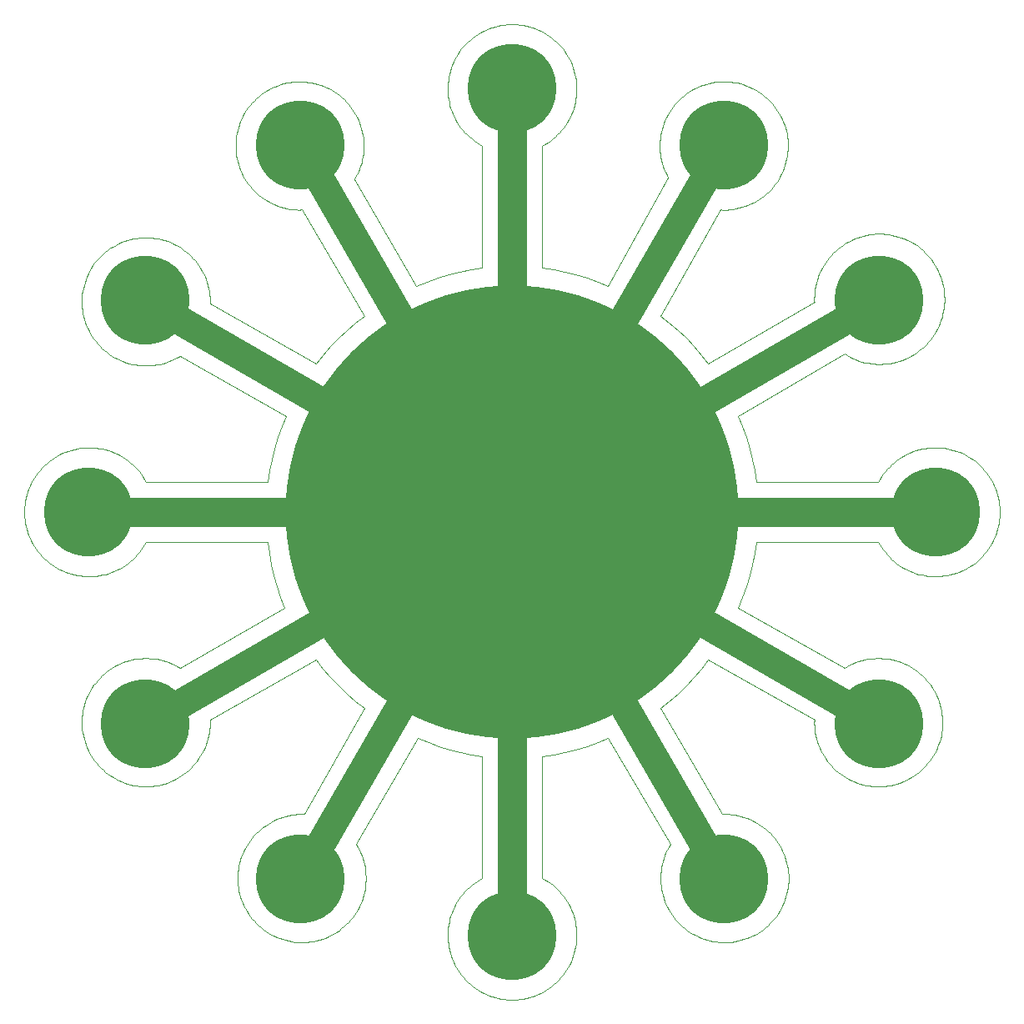
<source format=gto>
G75*
G70*
%OFA0B0*%
%FSLAX24Y24*%
%IPPOS*%
%LPD*%
%AMOC8*
5,1,8,0,0,1.08239X$1,22.5*
%
%ADD10C,0.0004*%
%ADD11C,0.3543*%
%ADD12C,1.8110*%
%ADD13C,0.0000*%
%ADD14C,0.1181*%
D10*
X005126Y028291D02*
X005128Y028303D01*
X005133Y028314D01*
X005142Y028323D01*
X005153Y028328D01*
X005165Y028330D01*
X005177Y028328D01*
X005188Y028323D01*
X005197Y028314D01*
X005202Y028303D01*
X005204Y028291D01*
X005202Y028279D01*
X005197Y028268D01*
X005188Y028259D01*
X005177Y028254D01*
X005165Y028252D01*
X005153Y028254D01*
X005142Y028259D01*
X005133Y028268D01*
X005128Y028279D01*
X005126Y028291D01*
X028252Y034487D02*
X028254Y034499D01*
X028259Y034510D01*
X028268Y034519D01*
X028279Y034524D01*
X028291Y034526D01*
X028303Y034524D01*
X028314Y034519D01*
X028323Y034510D01*
X028328Y034499D01*
X028330Y034487D01*
X028328Y034475D01*
X028323Y034464D01*
X028314Y034455D01*
X028303Y034450D01*
X028291Y034448D01*
X028279Y034450D01*
X028268Y034455D01*
X028259Y034464D01*
X028254Y034475D01*
X028252Y034487D01*
X034448Y028291D02*
X034450Y028303D01*
X034455Y028314D01*
X034464Y028323D01*
X034475Y028328D01*
X034487Y028330D01*
X034499Y028328D01*
X034510Y028323D01*
X034519Y028314D01*
X034524Y028303D01*
X034526Y028291D01*
X034524Y028279D01*
X034519Y028268D01*
X034510Y028259D01*
X034499Y028254D01*
X034487Y028252D01*
X034475Y028254D01*
X034464Y028259D01*
X034455Y028268D01*
X034450Y028279D01*
X034448Y028291D01*
D11*
X034487Y028291D03*
X028291Y034487D03*
X019826Y036755D03*
X011362Y034487D03*
X005165Y028291D03*
X002897Y019826D03*
X005165Y011362D03*
X011362Y005165D03*
X019826Y002897D03*
X028291Y005165D03*
X034487Y011362D03*
X036755Y019826D03*
D12*
X019826Y019826D03*
D13*
X011981Y013901D02*
X012263Y013545D01*
X012561Y013203D01*
X012874Y012874D01*
X013203Y012561D01*
X013545Y012263D01*
X013901Y011981D01*
X011501Y007741D01*
X013581Y006541D02*
X016061Y010781D01*
X018621Y010061D02*
X018621Y005181D01*
X018512Y005119D01*
X018405Y005053D01*
X018302Y004981D01*
X018202Y004905D01*
X018107Y004824D01*
X018015Y004738D01*
X017927Y004648D01*
X017845Y004553D01*
X017766Y004455D01*
X017693Y004353D01*
X017625Y004247D01*
X017562Y004139D01*
X017504Y004027D01*
X017452Y003913D01*
X017406Y003796D01*
X017365Y003678D01*
X017330Y003557D01*
X017301Y003435D01*
X017278Y003311D01*
X017261Y003187D01*
X017250Y003062D01*
X017245Y002936D01*
X017247Y002811D01*
X017254Y002685D01*
X017268Y002561D01*
X017287Y002437D01*
X017313Y002314D01*
X017344Y002192D01*
X017382Y002072D01*
X017425Y001954D01*
X017474Y001839D01*
X017529Y001726D01*
X017589Y001615D01*
X017654Y001508D01*
X017725Y001404D01*
X017800Y001304D01*
X017880Y001207D01*
X017965Y001115D01*
X018054Y001026D01*
X018148Y000942D01*
X018245Y000863D01*
X018346Y000789D01*
X018451Y000719D01*
X018559Y000655D01*
X018670Y000596D01*
X018784Y000543D01*
X018900Y000495D01*
X019018Y000453D01*
X019138Y000417D01*
X019260Y000387D01*
X019384Y000362D01*
X019508Y000344D01*
X019633Y000332D01*
X019758Y000326D01*
X019884Y000326D01*
X020009Y000332D01*
X020134Y000344D01*
X020258Y000362D01*
X020382Y000387D01*
X020504Y000417D01*
X020624Y000453D01*
X020742Y000495D01*
X020858Y000543D01*
X020972Y000596D01*
X021083Y000655D01*
X021191Y000719D01*
X021296Y000789D01*
X021397Y000863D01*
X021494Y000942D01*
X021588Y001026D01*
X021677Y001115D01*
X021762Y001207D01*
X021842Y001304D01*
X021917Y001404D01*
X021988Y001508D01*
X022053Y001615D01*
X022113Y001726D01*
X022168Y001839D01*
X022217Y001954D01*
X022260Y002072D01*
X022298Y002192D01*
X022329Y002314D01*
X022355Y002437D01*
X022374Y002561D01*
X022388Y002685D01*
X022395Y002811D01*
X022397Y002936D01*
X022392Y003062D01*
X022381Y003187D01*
X022364Y003311D01*
X022341Y003435D01*
X022312Y003557D01*
X022277Y003678D01*
X022236Y003796D01*
X022190Y003913D01*
X022138Y004027D01*
X022080Y004139D01*
X022017Y004247D01*
X021949Y004353D01*
X021876Y004455D01*
X021797Y004553D01*
X021715Y004648D01*
X021627Y004738D01*
X021535Y004824D01*
X021440Y004905D01*
X021340Y004981D01*
X021237Y005053D01*
X021130Y005119D01*
X021021Y005181D01*
X021021Y010061D01*
X023661Y010781D02*
X026141Y006541D01*
X028221Y007741D02*
X025741Y011981D01*
X027661Y013901D02*
X031901Y011501D01*
X033101Y013581D02*
X028861Y015981D01*
X029581Y018621D02*
X034461Y018621D01*
X034523Y018512D01*
X034589Y018405D01*
X034661Y018302D01*
X034737Y018202D01*
X034818Y018107D01*
X034904Y018015D01*
X034994Y017927D01*
X035089Y017845D01*
X035187Y017766D01*
X035289Y017693D01*
X035395Y017625D01*
X035503Y017562D01*
X035615Y017504D01*
X035729Y017452D01*
X035846Y017406D01*
X035964Y017365D01*
X036085Y017330D01*
X036207Y017301D01*
X036331Y017278D01*
X036455Y017261D01*
X036580Y017250D01*
X036706Y017245D01*
X036831Y017247D01*
X036957Y017254D01*
X037081Y017268D01*
X037205Y017287D01*
X037328Y017313D01*
X037450Y017344D01*
X037570Y017382D01*
X037688Y017425D01*
X037803Y017474D01*
X037916Y017529D01*
X038027Y017589D01*
X038134Y017654D01*
X038238Y017725D01*
X038338Y017800D01*
X038435Y017880D01*
X038527Y017965D01*
X038616Y018054D01*
X038700Y018148D01*
X038779Y018245D01*
X038853Y018346D01*
X038923Y018451D01*
X038987Y018559D01*
X039046Y018670D01*
X039099Y018784D01*
X039147Y018900D01*
X039189Y019018D01*
X039225Y019138D01*
X039255Y019260D01*
X039280Y019384D01*
X039298Y019508D01*
X039310Y019633D01*
X039316Y019758D01*
X039316Y019884D01*
X039310Y020009D01*
X039298Y020134D01*
X039280Y020258D01*
X039255Y020382D01*
X039225Y020504D01*
X039189Y020624D01*
X039147Y020742D01*
X039099Y020858D01*
X039046Y020972D01*
X038987Y021083D01*
X038923Y021191D01*
X038853Y021296D01*
X038779Y021397D01*
X038700Y021494D01*
X038616Y021588D01*
X038527Y021677D01*
X038435Y021762D01*
X038338Y021842D01*
X038238Y021917D01*
X038134Y021988D01*
X038027Y022053D01*
X037916Y022113D01*
X037803Y022168D01*
X037688Y022217D01*
X037570Y022260D01*
X037450Y022298D01*
X037328Y022329D01*
X037205Y022355D01*
X037081Y022374D01*
X036957Y022388D01*
X036831Y022395D01*
X036706Y022397D01*
X036580Y022392D01*
X036455Y022381D01*
X036331Y022364D01*
X036207Y022341D01*
X036085Y022312D01*
X035964Y022277D01*
X035846Y022236D01*
X035729Y022190D01*
X035615Y022138D01*
X035503Y022080D01*
X035395Y022017D01*
X035289Y021949D01*
X035187Y021876D01*
X035089Y021797D01*
X034994Y021715D01*
X034904Y021627D01*
X034818Y021535D01*
X034737Y021440D01*
X034661Y021340D01*
X034589Y021237D01*
X034523Y021130D01*
X034461Y021021D01*
X029581Y021021D01*
X028861Y023661D02*
X033101Y026141D01*
X031901Y028221D02*
X027661Y025741D01*
X025741Y027661D02*
X028141Y031901D01*
X026061Y033181D02*
X023661Y028861D01*
X021021Y029581D02*
X021021Y034461D01*
X021130Y034523D01*
X021237Y034589D01*
X021340Y034661D01*
X021440Y034737D01*
X021535Y034818D01*
X021627Y034904D01*
X021715Y034994D01*
X021797Y035089D01*
X021876Y035187D01*
X021949Y035289D01*
X022017Y035395D01*
X022080Y035503D01*
X022138Y035615D01*
X022190Y035729D01*
X022236Y035846D01*
X022277Y035964D01*
X022312Y036085D01*
X022341Y036207D01*
X022364Y036331D01*
X022381Y036455D01*
X022392Y036580D01*
X022397Y036706D01*
X022395Y036831D01*
X022388Y036957D01*
X022374Y037081D01*
X022355Y037205D01*
X022329Y037328D01*
X022298Y037450D01*
X022260Y037570D01*
X022217Y037688D01*
X022168Y037803D01*
X022113Y037916D01*
X022053Y038027D01*
X021988Y038134D01*
X021917Y038238D01*
X021842Y038338D01*
X021762Y038435D01*
X021677Y038527D01*
X021588Y038616D01*
X021494Y038700D01*
X021397Y038779D01*
X021296Y038853D01*
X021191Y038923D01*
X021083Y038987D01*
X020972Y039046D01*
X020858Y039099D01*
X020742Y039147D01*
X020624Y039189D01*
X020504Y039225D01*
X020382Y039255D01*
X020258Y039280D01*
X020134Y039298D01*
X020009Y039310D01*
X019884Y039316D01*
X019758Y039316D01*
X019633Y039310D01*
X019508Y039298D01*
X019384Y039280D01*
X019260Y039255D01*
X019138Y039225D01*
X019018Y039189D01*
X018900Y039147D01*
X018784Y039099D01*
X018670Y039046D01*
X018559Y038987D01*
X018451Y038923D01*
X018346Y038853D01*
X018245Y038779D01*
X018148Y038700D01*
X018054Y038616D01*
X017965Y038527D01*
X017880Y038435D01*
X017800Y038338D01*
X017725Y038238D01*
X017654Y038134D01*
X017589Y038027D01*
X017529Y037916D01*
X017474Y037803D01*
X017425Y037688D01*
X017382Y037570D01*
X017344Y037450D01*
X017313Y037328D01*
X017287Y037205D01*
X017268Y037081D01*
X017254Y036957D01*
X017247Y036831D01*
X017245Y036706D01*
X017250Y036580D01*
X017261Y036455D01*
X017278Y036331D01*
X017301Y036207D01*
X017330Y036085D01*
X017365Y035964D01*
X017406Y035846D01*
X017452Y035729D01*
X017504Y035615D01*
X017562Y035503D01*
X017625Y035395D01*
X017693Y035289D01*
X017766Y035187D01*
X017845Y035089D01*
X017927Y034994D01*
X018015Y034904D01*
X018107Y034818D01*
X018202Y034737D01*
X018302Y034661D01*
X018405Y034589D01*
X018512Y034523D01*
X018621Y034461D01*
X018621Y029581D01*
X015981Y028861D02*
X013501Y033101D01*
X011421Y031901D02*
X013901Y027661D01*
X011981Y025741D02*
X007741Y028141D01*
X006541Y026061D02*
X010781Y023661D01*
X010061Y021021D02*
X005181Y021021D01*
X005119Y021130D01*
X005053Y021237D01*
X004981Y021340D01*
X004905Y021440D01*
X004824Y021535D01*
X004738Y021627D01*
X004648Y021715D01*
X004553Y021797D01*
X004455Y021876D01*
X004353Y021949D01*
X004247Y022017D01*
X004139Y022080D01*
X004027Y022138D01*
X003913Y022190D01*
X003796Y022236D01*
X003678Y022277D01*
X003557Y022312D01*
X003435Y022341D01*
X003311Y022364D01*
X003187Y022381D01*
X003062Y022392D01*
X002936Y022397D01*
X002811Y022395D01*
X002685Y022388D01*
X002561Y022374D01*
X002437Y022355D01*
X002314Y022329D01*
X002192Y022298D01*
X002072Y022260D01*
X001954Y022217D01*
X001839Y022168D01*
X001726Y022113D01*
X001615Y022053D01*
X001508Y021988D01*
X001404Y021917D01*
X001304Y021842D01*
X001207Y021762D01*
X001115Y021677D01*
X001026Y021588D01*
X000942Y021494D01*
X000863Y021397D01*
X000789Y021296D01*
X000719Y021191D01*
X000655Y021083D01*
X000596Y020972D01*
X000543Y020858D01*
X000495Y020742D01*
X000453Y020624D01*
X000417Y020504D01*
X000387Y020382D01*
X000362Y020258D01*
X000344Y020134D01*
X000332Y020009D01*
X000326Y019884D01*
X000326Y019758D01*
X000332Y019633D01*
X000344Y019508D01*
X000362Y019384D01*
X000387Y019260D01*
X000417Y019138D01*
X000453Y019018D01*
X000495Y018900D01*
X000543Y018784D01*
X000596Y018670D01*
X000655Y018559D01*
X000719Y018451D01*
X000789Y018346D01*
X000863Y018245D01*
X000942Y018148D01*
X001026Y018054D01*
X001115Y017965D01*
X001207Y017880D01*
X001304Y017800D01*
X001404Y017725D01*
X001508Y017654D01*
X001615Y017589D01*
X001726Y017529D01*
X001839Y017474D01*
X001954Y017425D01*
X002072Y017382D01*
X002192Y017344D01*
X002314Y017313D01*
X002437Y017287D01*
X002561Y017268D01*
X002685Y017254D01*
X002811Y017247D01*
X002936Y017245D01*
X003062Y017250D01*
X003187Y017261D01*
X003311Y017278D01*
X003435Y017301D01*
X003557Y017330D01*
X003678Y017365D01*
X003796Y017406D01*
X003913Y017452D01*
X004027Y017504D01*
X004139Y017562D01*
X004247Y017625D01*
X004353Y017693D01*
X004455Y017766D01*
X004553Y017845D01*
X004648Y017927D01*
X004738Y018015D01*
X004824Y018107D01*
X004905Y018202D01*
X004981Y018302D01*
X005053Y018405D01*
X005119Y018512D01*
X005181Y018621D01*
X010061Y018621D01*
X010701Y015981D02*
X006541Y013581D01*
X007741Y011501D02*
X011981Y013901D01*
X007741Y011501D02*
X007743Y011376D01*
X007738Y011251D01*
X007727Y011127D01*
X007711Y011004D01*
X007688Y010881D01*
X007659Y010760D01*
X007624Y010640D01*
X007584Y010522D01*
X007538Y010406D01*
X007486Y010292D01*
X007429Y010181D01*
X007367Y010073D01*
X007299Y009969D01*
X007226Y009867D01*
X007149Y009769D01*
X007067Y009676D01*
X006980Y009586D01*
X006889Y009500D01*
X006794Y009420D01*
X006695Y009343D01*
X006593Y009272D01*
X006487Y009206D01*
X006378Y009145D01*
X006267Y009089D01*
X006152Y009039D01*
X006036Y008995D01*
X005917Y008956D01*
X005797Y008923D01*
X005675Y008896D01*
X005552Y008875D01*
X005429Y008860D01*
X005304Y008851D01*
X005179Y008848D01*
X005055Y008851D01*
X004930Y008860D01*
X004807Y008876D01*
X004684Y008897D01*
X004562Y008924D01*
X004442Y008957D01*
X004323Y008996D01*
X004207Y009041D01*
X004092Y009091D01*
X003981Y009147D01*
X003872Y009208D01*
X003766Y009274D01*
X003664Y009345D01*
X003565Y009422D01*
X003471Y009503D01*
X003380Y009588D01*
X003293Y009678D01*
X003211Y009772D01*
X003134Y009870D01*
X003061Y009971D01*
X002994Y010076D01*
X002931Y010184D01*
X002874Y010295D01*
X002823Y010409D01*
X002777Y010525D01*
X002737Y010643D01*
X002702Y010763D01*
X002674Y010884D01*
X002651Y011007D01*
X002634Y011130D01*
X002624Y011255D01*
X002619Y011379D01*
X002621Y011504D01*
X002628Y011628D01*
X002642Y011752D01*
X002662Y011876D01*
X002687Y011998D01*
X002719Y012118D01*
X002756Y012237D01*
X002799Y012354D01*
X002848Y012469D01*
X002903Y012582D01*
X002962Y012691D01*
X003027Y012798D01*
X003097Y012901D01*
X003172Y013000D01*
X003252Y013096D01*
X003337Y013188D01*
X003425Y013276D01*
X003518Y013359D01*
X003615Y013438D01*
X003716Y013511D01*
X003820Y013580D01*
X003927Y013644D01*
X004037Y013702D01*
X004150Y013755D01*
X004265Y013803D01*
X004383Y013845D01*
X004502Y013880D01*
X004623Y013911D01*
X004746Y013935D01*
X004869Y013953D01*
X004993Y013965D01*
X005118Y013971D01*
X005243Y013971D01*
X005367Y013965D01*
X005491Y013953D01*
X005615Y013935D01*
X005737Y013911D01*
X005858Y013881D01*
X005978Y013845D01*
X006095Y013803D01*
X006211Y013756D01*
X006324Y013703D01*
X006434Y013645D01*
X006541Y013581D01*
X011501Y007741D02*
X011376Y007743D01*
X011251Y007738D01*
X011127Y007727D01*
X011004Y007711D01*
X010881Y007688D01*
X010760Y007659D01*
X010640Y007624D01*
X010522Y007584D01*
X010406Y007538D01*
X010292Y007486D01*
X010181Y007429D01*
X010073Y007367D01*
X009969Y007299D01*
X009867Y007226D01*
X009769Y007149D01*
X009676Y007067D01*
X009586Y006980D01*
X009500Y006889D01*
X009420Y006794D01*
X009343Y006695D01*
X009272Y006593D01*
X009206Y006487D01*
X009145Y006378D01*
X009089Y006267D01*
X009039Y006152D01*
X008995Y006036D01*
X008956Y005917D01*
X008923Y005797D01*
X008896Y005675D01*
X008875Y005552D01*
X008860Y005429D01*
X008851Y005304D01*
X008848Y005179D01*
X008851Y005055D01*
X008860Y004930D01*
X008876Y004807D01*
X008897Y004684D01*
X008924Y004562D01*
X008957Y004442D01*
X008996Y004323D01*
X009041Y004207D01*
X009091Y004092D01*
X009147Y003981D01*
X009208Y003872D01*
X009274Y003766D01*
X009345Y003664D01*
X009422Y003565D01*
X009503Y003471D01*
X009588Y003380D01*
X009678Y003293D01*
X009772Y003211D01*
X009870Y003134D01*
X009971Y003061D01*
X010076Y002994D01*
X010184Y002931D01*
X010295Y002874D01*
X010409Y002823D01*
X010525Y002777D01*
X010643Y002737D01*
X010763Y002702D01*
X010884Y002674D01*
X011007Y002651D01*
X011130Y002634D01*
X011255Y002624D01*
X011379Y002619D01*
X011504Y002621D01*
X011628Y002628D01*
X011752Y002642D01*
X011876Y002662D01*
X011998Y002687D01*
X012118Y002719D01*
X012237Y002756D01*
X012354Y002799D01*
X012469Y002848D01*
X012582Y002903D01*
X012691Y002962D01*
X012798Y003027D01*
X012901Y003097D01*
X013000Y003172D01*
X013096Y003252D01*
X013188Y003337D01*
X013276Y003425D01*
X013359Y003518D01*
X013438Y003615D01*
X013511Y003716D01*
X013580Y003820D01*
X013644Y003927D01*
X013702Y004037D01*
X013755Y004150D01*
X013803Y004265D01*
X013845Y004383D01*
X013880Y004502D01*
X013911Y004623D01*
X013935Y004746D01*
X013953Y004869D01*
X013965Y004993D01*
X013971Y005118D01*
X013971Y005243D01*
X013965Y005367D01*
X013953Y005491D01*
X013935Y005615D01*
X013911Y005737D01*
X013881Y005858D01*
X013845Y005978D01*
X013803Y006095D01*
X013756Y006211D01*
X013703Y006324D01*
X013645Y006434D01*
X013581Y006541D01*
X029581Y021022D02*
X029512Y021474D01*
X029423Y021923D01*
X029313Y022367D01*
X029182Y022805D01*
X029032Y023237D01*
X028861Y023662D01*
X033101Y026141D02*
X033210Y026075D01*
X033321Y026015D01*
X033436Y025960D01*
X033553Y025911D01*
X033673Y025867D01*
X033794Y025830D01*
X033918Y025798D01*
X034042Y025773D01*
X034168Y025753D01*
X034294Y025740D01*
X034421Y025733D01*
X034548Y025732D01*
X034675Y025738D01*
X034802Y025749D01*
X034928Y025767D01*
X035053Y025791D01*
X035176Y025821D01*
X035298Y025857D01*
X035418Y025899D01*
X035536Y025947D01*
X035651Y026000D01*
X035764Y026059D01*
X035874Y026123D01*
X035980Y026193D01*
X036083Y026268D01*
X036182Y026347D01*
X036277Y026432D01*
X036368Y026521D01*
X036454Y026614D01*
X036536Y026712D01*
X036613Y026813D01*
X036684Y026918D01*
X036751Y027026D01*
X036812Y027137D01*
X036868Y027252D01*
X036918Y027369D01*
X036962Y027488D01*
X037001Y027609D01*
X037033Y027732D01*
X037060Y027856D01*
X037080Y027982D01*
X037094Y028108D01*
X037102Y028235D01*
X037104Y028362D01*
X037099Y028489D01*
X037089Y028616D01*
X037072Y028742D01*
X037049Y028867D01*
X037020Y028991D01*
X036985Y029113D01*
X036944Y029233D01*
X036897Y029351D01*
X036845Y029467D01*
X036787Y029580D01*
X036723Y029690D01*
X036654Y029797D01*
X036580Y029901D01*
X036502Y030000D01*
X036418Y030096D01*
X036330Y030188D01*
X036237Y030275D01*
X036140Y030357D01*
X036039Y030435D01*
X035935Y030507D01*
X035827Y030575D01*
X035716Y030637D01*
X035603Y030693D01*
X035486Y030744D01*
X035367Y030790D01*
X035246Y030829D01*
X035124Y030862D01*
X035000Y030890D01*
X034874Y030911D01*
X034748Y030926D01*
X034621Y030935D01*
X034494Y030938D01*
X034367Y030935D01*
X034240Y030925D01*
X034114Y030909D01*
X033989Y030887D01*
X033865Y030859D01*
X033742Y030825D01*
X033622Y030785D01*
X033503Y030739D01*
X033387Y030688D01*
X033273Y030630D01*
X033163Y030568D01*
X033055Y030500D01*
X032951Y030426D01*
X032851Y030348D01*
X032755Y030265D01*
X032663Y030178D01*
X032575Y030086D01*
X032492Y029990D01*
X032413Y029890D01*
X032340Y029786D01*
X032272Y029679D01*
X032209Y029568D01*
X032151Y029455D01*
X032099Y029339D01*
X032053Y029220D01*
X032013Y029100D01*
X031978Y028977D01*
X031950Y028853D01*
X031928Y028728D01*
X031912Y028602D01*
X031902Y028475D01*
X031898Y028348D01*
X031900Y028221D01*
X028141Y031901D02*
X028267Y031897D01*
X028393Y031899D01*
X028518Y031908D01*
X028643Y031922D01*
X028766Y031943D01*
X028889Y031970D01*
X029010Y032002D01*
X029130Y032041D01*
X029247Y032085D01*
X029363Y032135D01*
X029475Y032191D01*
X029585Y032252D01*
X029691Y032319D01*
X029795Y032390D01*
X029894Y032467D01*
X029990Y032548D01*
X030082Y032634D01*
X030169Y032724D01*
X030252Y032818D01*
X030330Y032917D01*
X030403Y033019D01*
X030471Y033124D01*
X030534Y033233D01*
X030591Y033345D01*
X030643Y033459D01*
X030689Y033576D01*
X030730Y033695D01*
X030764Y033816D01*
X030793Y033938D01*
X030816Y034061D01*
X030832Y034186D01*
X030843Y034311D01*
X030847Y034437D01*
X030845Y034562D01*
X030837Y034687D01*
X030823Y034812D01*
X030803Y034936D01*
X030776Y035059D01*
X030744Y035180D01*
X030706Y035300D01*
X030662Y035418D01*
X030612Y035533D01*
X030557Y035646D01*
X030496Y035756D01*
X030430Y035862D01*
X030359Y035966D01*
X030283Y036066D01*
X030202Y036162D01*
X030116Y036254D01*
X030026Y036341D01*
X029932Y036424D01*
X029834Y036503D01*
X029732Y036576D01*
X029627Y036645D01*
X029518Y036708D01*
X029407Y036766D01*
X029293Y036818D01*
X029176Y036864D01*
X029057Y036905D01*
X028937Y036940D01*
X028814Y036969D01*
X028691Y036992D01*
X028566Y037009D01*
X028441Y037020D01*
X028316Y037025D01*
X028190Y037023D01*
X028065Y037016D01*
X027940Y037002D01*
X027816Y036982D01*
X027693Y036956D01*
X027572Y036924D01*
X027452Y036887D01*
X027334Y036843D01*
X027219Y036794D01*
X027106Y036739D01*
X026996Y036678D01*
X026889Y036613D01*
X026785Y036542D01*
X026685Y036466D01*
X026589Y036385D01*
X026496Y036300D01*
X026408Y036210D01*
X026325Y036116D01*
X026246Y036019D01*
X026173Y035917D01*
X026104Y035812D01*
X026040Y035704D01*
X025982Y035592D01*
X025929Y035478D01*
X025882Y035362D01*
X025841Y035243D01*
X025806Y035123D01*
X025776Y035001D01*
X025753Y034877D01*
X025736Y034753D01*
X025724Y034628D01*
X025719Y034502D01*
X025720Y034377D01*
X025728Y034251D01*
X025741Y034126D01*
X025760Y034002D01*
X025786Y033879D01*
X025817Y033758D01*
X025855Y033638D01*
X025898Y033520D01*
X025947Y033404D01*
X026001Y033291D01*
X026061Y033181D01*
X029581Y018621D02*
X029513Y018169D01*
X029423Y017720D01*
X029313Y017276D01*
X029183Y016838D01*
X029032Y016406D01*
X028861Y015981D01*
X033101Y013581D02*
X033208Y013645D01*
X033318Y013703D01*
X033431Y013756D01*
X033547Y013803D01*
X033664Y013845D01*
X033784Y013881D01*
X033905Y013911D01*
X034027Y013935D01*
X034151Y013953D01*
X034275Y013965D01*
X034399Y013971D01*
X034524Y013971D01*
X034649Y013965D01*
X034773Y013953D01*
X034896Y013935D01*
X035019Y013911D01*
X035140Y013880D01*
X035259Y013845D01*
X035377Y013803D01*
X035492Y013755D01*
X035605Y013702D01*
X035715Y013644D01*
X035822Y013580D01*
X035926Y013511D01*
X036027Y013438D01*
X036124Y013359D01*
X036217Y013276D01*
X036305Y013188D01*
X036390Y013096D01*
X036470Y013000D01*
X036545Y012901D01*
X036615Y012798D01*
X036680Y012691D01*
X036739Y012582D01*
X036794Y012469D01*
X036843Y012354D01*
X036886Y012237D01*
X036923Y012118D01*
X036955Y011998D01*
X036980Y011876D01*
X037000Y011752D01*
X037014Y011628D01*
X037021Y011504D01*
X037023Y011379D01*
X037018Y011255D01*
X037008Y011130D01*
X036991Y011007D01*
X036968Y010884D01*
X036940Y010763D01*
X036905Y010643D01*
X036865Y010525D01*
X036819Y010409D01*
X036768Y010295D01*
X036711Y010184D01*
X036648Y010076D01*
X036581Y009971D01*
X036508Y009870D01*
X036431Y009772D01*
X036349Y009678D01*
X036262Y009588D01*
X036171Y009503D01*
X036077Y009422D01*
X035978Y009345D01*
X035876Y009274D01*
X035770Y009208D01*
X035661Y009147D01*
X035550Y009091D01*
X035435Y009041D01*
X035319Y008996D01*
X035200Y008957D01*
X035080Y008924D01*
X034958Y008897D01*
X034835Y008876D01*
X034712Y008860D01*
X034587Y008851D01*
X034463Y008848D01*
X034338Y008851D01*
X034213Y008860D01*
X034090Y008875D01*
X033967Y008896D01*
X033845Y008923D01*
X033725Y008956D01*
X033606Y008995D01*
X033490Y009039D01*
X033375Y009089D01*
X033264Y009145D01*
X033155Y009206D01*
X033049Y009272D01*
X032947Y009343D01*
X032848Y009420D01*
X032753Y009500D01*
X032662Y009586D01*
X032575Y009676D01*
X032493Y009769D01*
X032416Y009867D01*
X032343Y009969D01*
X032275Y010073D01*
X032213Y010181D01*
X032156Y010292D01*
X032104Y010406D01*
X032058Y010522D01*
X032018Y010640D01*
X031983Y010760D01*
X031954Y010881D01*
X031931Y011004D01*
X031915Y011127D01*
X031904Y011251D01*
X031899Y011376D01*
X031901Y011501D01*
X028221Y007741D02*
X028346Y007743D01*
X028471Y007738D01*
X028595Y007727D01*
X028718Y007711D01*
X028841Y007688D01*
X028962Y007659D01*
X029082Y007624D01*
X029200Y007584D01*
X029316Y007538D01*
X029430Y007486D01*
X029541Y007429D01*
X029649Y007367D01*
X029753Y007299D01*
X029855Y007226D01*
X029953Y007149D01*
X030046Y007067D01*
X030136Y006980D01*
X030222Y006889D01*
X030302Y006794D01*
X030379Y006695D01*
X030450Y006593D01*
X030516Y006487D01*
X030577Y006378D01*
X030633Y006267D01*
X030683Y006152D01*
X030727Y006036D01*
X030766Y005917D01*
X030799Y005797D01*
X030826Y005675D01*
X030847Y005552D01*
X030862Y005429D01*
X030871Y005304D01*
X030874Y005179D01*
X030871Y005055D01*
X030862Y004930D01*
X030846Y004807D01*
X030825Y004684D01*
X030798Y004562D01*
X030765Y004442D01*
X030726Y004323D01*
X030681Y004207D01*
X030631Y004092D01*
X030575Y003981D01*
X030514Y003872D01*
X030448Y003766D01*
X030377Y003664D01*
X030300Y003565D01*
X030219Y003471D01*
X030134Y003380D01*
X030044Y003293D01*
X029950Y003211D01*
X029852Y003134D01*
X029751Y003061D01*
X029646Y002994D01*
X029538Y002931D01*
X029427Y002874D01*
X029313Y002823D01*
X029197Y002777D01*
X029079Y002737D01*
X028959Y002702D01*
X028838Y002674D01*
X028715Y002651D01*
X028592Y002634D01*
X028467Y002624D01*
X028343Y002619D01*
X028218Y002621D01*
X028094Y002628D01*
X027970Y002642D01*
X027846Y002662D01*
X027724Y002687D01*
X027604Y002719D01*
X027485Y002756D01*
X027368Y002799D01*
X027253Y002848D01*
X027140Y002903D01*
X027031Y002962D01*
X026924Y003027D01*
X026821Y003097D01*
X026722Y003172D01*
X026626Y003252D01*
X026534Y003337D01*
X026446Y003425D01*
X026363Y003518D01*
X026284Y003615D01*
X026211Y003716D01*
X026142Y003820D01*
X026078Y003927D01*
X026020Y004037D01*
X025967Y004150D01*
X025919Y004265D01*
X025877Y004383D01*
X025842Y004502D01*
X025811Y004623D01*
X025787Y004746D01*
X025769Y004869D01*
X025757Y004993D01*
X025751Y005118D01*
X025751Y005243D01*
X025757Y005367D01*
X025769Y005491D01*
X025787Y005615D01*
X025811Y005737D01*
X025841Y005858D01*
X025877Y005978D01*
X025919Y006095D01*
X025966Y006211D01*
X026019Y006324D01*
X026077Y006434D01*
X026141Y006541D01*
X010701Y015981D02*
X010545Y016407D01*
X010408Y016841D01*
X010292Y017279D01*
X010195Y017723D01*
X010117Y018170D01*
X010061Y018621D01*
X021021Y010061D02*
X021473Y010129D01*
X021922Y010219D01*
X022366Y010329D01*
X022804Y010459D01*
X023236Y010610D01*
X023661Y010781D01*
X018621Y010061D02*
X018182Y010132D01*
X017747Y010223D01*
X017317Y010334D01*
X016892Y010464D01*
X016473Y010613D01*
X016061Y010781D01*
X010061Y021021D02*
X010129Y021473D01*
X010219Y021922D01*
X010329Y022366D01*
X010459Y022804D01*
X010610Y023236D01*
X010781Y023661D01*
X006541Y026061D02*
X006434Y025997D01*
X006324Y025939D01*
X006211Y025886D01*
X006095Y025839D01*
X005978Y025797D01*
X005858Y025761D01*
X005737Y025731D01*
X005615Y025707D01*
X005491Y025689D01*
X005367Y025677D01*
X005243Y025671D01*
X005118Y025671D01*
X004993Y025677D01*
X004869Y025689D01*
X004746Y025707D01*
X004623Y025731D01*
X004502Y025762D01*
X004383Y025797D01*
X004265Y025839D01*
X004150Y025887D01*
X004037Y025940D01*
X003927Y025998D01*
X003820Y026062D01*
X003716Y026131D01*
X003615Y026204D01*
X003518Y026283D01*
X003425Y026366D01*
X003337Y026454D01*
X003252Y026546D01*
X003172Y026642D01*
X003097Y026741D01*
X003027Y026844D01*
X002962Y026951D01*
X002903Y027060D01*
X002848Y027173D01*
X002799Y027288D01*
X002756Y027405D01*
X002719Y027524D01*
X002687Y027644D01*
X002662Y027766D01*
X002642Y027890D01*
X002628Y028014D01*
X002621Y028138D01*
X002619Y028263D01*
X002624Y028387D01*
X002634Y028512D01*
X002651Y028635D01*
X002674Y028758D01*
X002702Y028879D01*
X002737Y028999D01*
X002777Y029117D01*
X002823Y029233D01*
X002874Y029347D01*
X002931Y029458D01*
X002994Y029566D01*
X003061Y029671D01*
X003134Y029772D01*
X003211Y029870D01*
X003293Y029964D01*
X003380Y030054D01*
X003471Y030139D01*
X003565Y030220D01*
X003664Y030297D01*
X003766Y030368D01*
X003872Y030434D01*
X003981Y030495D01*
X004092Y030551D01*
X004207Y030601D01*
X004323Y030646D01*
X004442Y030685D01*
X004562Y030718D01*
X004684Y030745D01*
X004807Y030766D01*
X004930Y030782D01*
X005055Y030791D01*
X005179Y030794D01*
X005304Y030791D01*
X005429Y030782D01*
X005552Y030767D01*
X005675Y030746D01*
X005797Y030719D01*
X005917Y030686D01*
X006036Y030647D01*
X006152Y030603D01*
X006267Y030553D01*
X006378Y030497D01*
X006487Y030436D01*
X006593Y030370D01*
X006695Y030299D01*
X006794Y030222D01*
X006889Y030142D01*
X006980Y030056D01*
X007067Y029966D01*
X007149Y029873D01*
X007226Y029775D01*
X007299Y029673D01*
X007367Y029569D01*
X007429Y029461D01*
X007486Y029350D01*
X007538Y029236D01*
X007584Y029120D01*
X007624Y029002D01*
X007659Y028882D01*
X007688Y028761D01*
X007711Y028638D01*
X007727Y028515D01*
X007738Y028391D01*
X007743Y028266D01*
X007741Y028141D01*
X011421Y031901D02*
X011296Y031899D01*
X011171Y031904D01*
X011047Y031915D01*
X010924Y031931D01*
X010801Y031954D01*
X010680Y031983D01*
X010560Y032018D01*
X010442Y032058D01*
X010326Y032104D01*
X010212Y032156D01*
X010101Y032213D01*
X009993Y032275D01*
X009889Y032343D01*
X009787Y032416D01*
X009689Y032493D01*
X009596Y032575D01*
X009506Y032662D01*
X009420Y032753D01*
X009340Y032848D01*
X009263Y032947D01*
X009192Y033049D01*
X009126Y033155D01*
X009065Y033264D01*
X009009Y033375D01*
X008959Y033490D01*
X008915Y033606D01*
X008876Y033725D01*
X008843Y033845D01*
X008816Y033967D01*
X008795Y034090D01*
X008780Y034213D01*
X008771Y034338D01*
X008768Y034463D01*
X008771Y034587D01*
X008780Y034712D01*
X008796Y034835D01*
X008817Y034958D01*
X008844Y035080D01*
X008877Y035200D01*
X008916Y035319D01*
X008961Y035435D01*
X009011Y035550D01*
X009067Y035661D01*
X009128Y035770D01*
X009194Y035876D01*
X009265Y035978D01*
X009342Y036077D01*
X009423Y036171D01*
X009508Y036262D01*
X009598Y036349D01*
X009692Y036431D01*
X009790Y036508D01*
X009891Y036581D01*
X009996Y036648D01*
X010104Y036711D01*
X010215Y036768D01*
X010329Y036819D01*
X010445Y036865D01*
X010563Y036905D01*
X010683Y036940D01*
X010804Y036968D01*
X010927Y036991D01*
X011050Y037008D01*
X011175Y037018D01*
X011299Y037023D01*
X011424Y037021D01*
X011548Y037014D01*
X011672Y037000D01*
X011796Y036980D01*
X011918Y036955D01*
X012038Y036923D01*
X012157Y036886D01*
X012274Y036843D01*
X012389Y036794D01*
X012502Y036739D01*
X012611Y036680D01*
X012718Y036615D01*
X012821Y036545D01*
X012920Y036470D01*
X013016Y036390D01*
X013108Y036305D01*
X013196Y036217D01*
X013279Y036124D01*
X013358Y036027D01*
X013431Y035926D01*
X013500Y035822D01*
X013564Y035715D01*
X013622Y035605D01*
X013675Y035492D01*
X013723Y035377D01*
X013765Y035259D01*
X013800Y035140D01*
X013831Y035019D01*
X013855Y034896D01*
X013873Y034773D01*
X013885Y034649D01*
X013891Y034524D01*
X013891Y034399D01*
X013885Y034275D01*
X013873Y034151D01*
X013855Y034027D01*
X013831Y033905D01*
X013801Y033784D01*
X013765Y033664D01*
X013723Y033547D01*
X013676Y033431D01*
X013623Y033318D01*
X013565Y033208D01*
X013501Y033101D01*
X021021Y029581D02*
X021473Y029513D01*
X021922Y029423D01*
X022366Y029313D01*
X022804Y029183D01*
X023236Y029032D01*
X023661Y028861D01*
X018621Y029581D02*
X018169Y029513D01*
X017720Y029423D01*
X017276Y029313D01*
X016838Y029183D01*
X016406Y029032D01*
X015981Y028861D01*
X027661Y013901D02*
X027379Y013545D01*
X027081Y013203D01*
X026768Y012874D01*
X026439Y012561D01*
X026097Y012263D01*
X025741Y011981D01*
X027661Y025741D02*
X027379Y026097D01*
X027081Y026439D01*
X026768Y026768D01*
X026439Y027081D01*
X026097Y027379D01*
X025741Y027661D01*
X013901Y027661D02*
X013545Y027379D01*
X013203Y027081D01*
X012874Y026768D01*
X012561Y026439D01*
X012263Y026097D01*
X011981Y025741D01*
D14*
X005161Y011362D02*
X034491Y028291D01*
X028291Y034491D02*
X011362Y005161D01*
X019826Y002897D02*
X019826Y036755D01*
X011362Y034491D02*
X028291Y005161D01*
X034491Y011362D02*
X005161Y028291D01*
X002897Y019826D02*
X036755Y019826D01*
M02*

</source>
